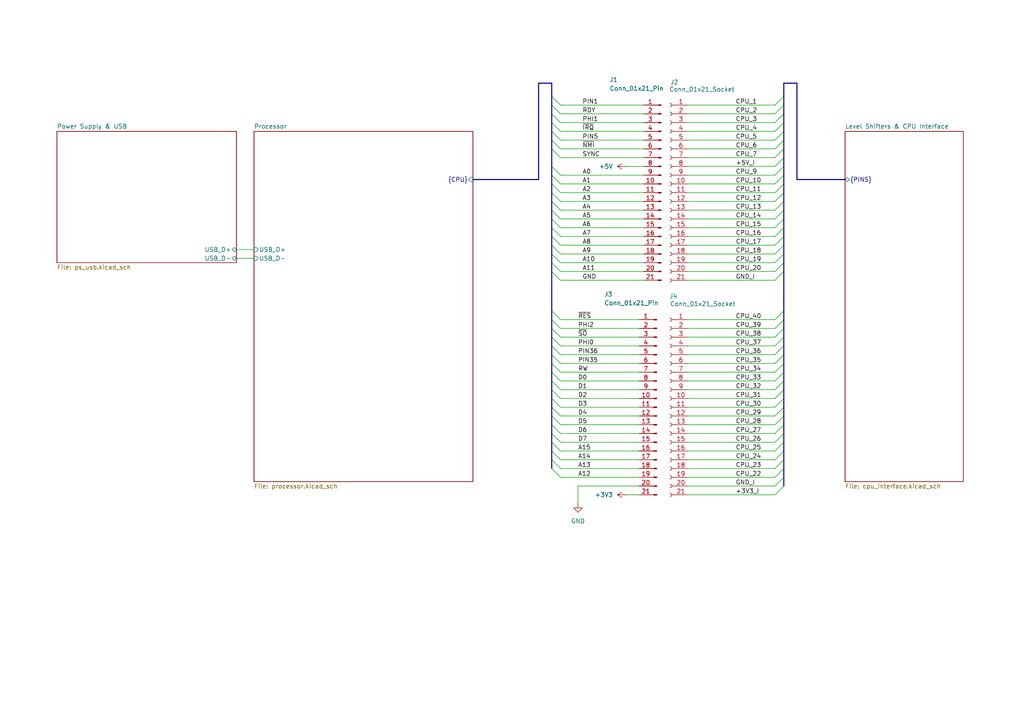
<source format=kicad_sch>
(kicad_sch (version 20250114) (generator "eeschema") (generator_version "9.0")
  (paper "A4")
  (lib_symbols
    (symbol "Connector:Conn_01x21_Pin" (pin_names (offset 1.016) (hide yes))
      (property "Reference" "J" (at 0 27.94 0))
      (property "Value" "Conn_01x21_Pin" (at 0 -27.94 0))
      (symbol "Conn_01x21_Pin_1_1"
        (rectangle (start 0.8636 25.527) (end 0 25.273) (stroke (width 0.1524)) (fill (type outline)))
        (rectangle (start 0.8636 22.987) (end 0 22.733) (stroke (width 0.1524)) (fill (type outline)))
        (rectangle (start 0.8636 20.447) (end 0 20.193) (stroke (width 0.1524)) (fill (type outline)))
        (rectangle (start 0.8636 17.907) (end 0 17.653) (stroke (width 0.1524)) (fill (type outline)))
        (rectangle (start 0.8636 15.367) (end 0 15.113) (stroke (width 0.1524)) (fill (type outline)))
        (rectangle (start 0.8636 12.827) (end 0 12.573) (stroke (width 0.1524)) (fill (type outline)))
        (rectangle (start 0.8636 10.287) (end 0 10.033) (stroke (width 0.1524)) (fill (type outline)))
        (rectangle (start 0.8636 7.747) (end 0 7.493) (stroke (width 0.1524)) (fill (type outline)))
        (rectangle (start 0.8636 5.207) (end 0 4.953) (stroke (width 0.1524)) (fill (type outline)))
        (rectangle (start 0.8636 2.667) (end 0 2.413) (stroke (width 0.1524)) (fill (type outline)))
        (rectangle (start 0.8636 0.127) (end 0 -0.127) (stroke (width 0.1524)) (fill (type outline)))
        (rectangle (start 0.8636 -2.413) (end 0 -2.667) (stroke (width 0.1524)) (fill (type outline)))
        (rectangle (start 0.8636 -4.953) (end 0 -5.207) (stroke (width 0.1524)) (fill (type outline)))
        (rectangle (start 0.8636 -7.493) (end 0 -7.747) (stroke (width 0.1524)) (fill (type outline)))
        (rectangle (start 0.8636 -10.033) (end 0 -10.287) (stroke (width 0.1524)) (fill (type outline)))
        (rectangle (start 0.8636 -12.573) (end 0 -12.827) (stroke (width 0.1524)) (fill (type outline)))
        (rectangle (start 0.8636 -15.113) (end 0 -15.367) (stroke (width 0.1524)) (fill (type outline)))
        (rectangle (start 0.8636 -17.653) (end 0 -17.907) (stroke (width 0.1524)) (fill (type outline)))
        (rectangle (start 0.8636 -20.193) (end 0 -20.447) (stroke (width 0.1524)) (fill (type outline)))
        (rectangle (start 0.8636 -22.733) (end 0 -22.987) (stroke (width 0.1524)) (fill (type outline)))
        (rectangle (start 0.8636 -25.273) (end 0 -25.527) (stroke (width 0.1524)) (fill (type outline)))
        (polyline (pts (xy 1.27 25.4) (xy 0.8636 25.4)) (stroke (width 0.1524)))
        (polyline (pts (xy 1.27 22.86) (xy 0.8636 22.86)) (stroke (width 0.1524)))
        (polyline (pts (xy 1.27 20.32) (xy 0.8636 20.32)) (stroke (width 0.1524)))
        (polyline (pts (xy 1.27 17.78) (xy 0.8636 17.78)) (stroke (width 0.1524)))
        (polyline (pts (xy 1.27 15.24) (xy 0.8636 15.24)) (stroke (width 0.1524)))
        (polyline (pts (xy 1.27 12.7) (xy 0.8636 12.7)) (stroke (width 0.1524)))
        (polyline (pts (xy 1.27 10.16) (xy 0.8636 10.16)) (stroke (width 0.1524)))
        (polyline (pts (xy 1.27 7.62) (xy 0.8636 7.62)) (stroke (width 0.1524)))
        (polyline (pts (xy 1.27 5.08) (xy 0.8636 5.08)) (stroke (width 0.1524)))
        (polyline (pts (xy 1.27 2.54) (xy 0.8636 2.54)) (stroke (width 0.1524)))
        (polyline (pts (xy 1.27 0) (xy 0.8636 0)) (stroke (width 0.1524)))
        (polyline (pts (xy 1.27 -2.54) (xy 0.8636 -2.54)) (stroke (width 0.1524)))
        (polyline (pts (xy 1.27 -5.08) (xy 0.8636 -5.08)) (stroke (width 0.1524)))
        (polyline (pts (xy 1.27 -7.62) (xy 0.8636 -7.62)) (stroke (width 0.1524)))
        (polyline (pts (xy 1.27 -10.16) (xy 0.8636 -10.16)) (stroke (width 0.1524)))
        (polyline (pts (xy 1.27 -12.7) (xy 0.8636 -12.7)) (stroke (width 0.1524)))
        (polyline (pts (xy 1.27 -15.24) (xy 0.8636 -15.24)) (stroke (width 0.1524)))
        (polyline (pts (xy 1.27 -17.78) (xy 0.8636 -17.78)) (stroke (width 0.1524)))
        (polyline (pts (xy 1.27 -20.32) (xy 0.8636 -20.32)) (stroke (width 0.1524)))
        (polyline (pts (xy 1.27 -22.86) (xy 0.8636 -22.86)) (stroke (width 0.1524)))
        (polyline (pts (xy 1.27 -25.4) (xy 0.8636 -25.4)) (stroke (width 0.1524)))
        (pin passive line (at 5.08 25.4 180) (length 3.81) (name "Pin_1") (number "1"))
        (pin passive line (at 5.08 22.86 180) (length 3.81) (name "Pin_2") (number "2"))
        (pin passive line (at 5.08 20.32 180) (length 3.81) (name "Pin_3") (number "3"))
        (pin passive line (at 5.08 17.78 180) (length 3.81) (name "Pin_4") (number "4"))
        (pin passive line (at 5.08 15.24 180) (length 3.81) (name "Pin_5") (number "5"))
        (pin passive line (at 5.08 12.7 180) (length 3.81) (name "Pin_6") (number "6"))
        (pin passive line (at 5.08 10.16 180) (length 3.81) (name "Pin_7") (number "7"))
        (pin passive line (at 5.08 7.62 180) (length 3.81) (name "Pin_8") (number "8"))
        (pin passive line (at 5.08 5.08 180) (length 3.81) (name "Pin_9") (number "9"))
        (pin passive line (at 5.08 2.54 180) (length 3.81) (name "Pin_10") (number "10"))
        (pin passive line (at 5.08 0 180) (length 3.81) (name "Pin_11") (number "11"))
        (pin passive line (at 5.08 -2.54 180) (length 3.81) (name "Pin_12") (number "12"))
        (pin passive line (at 5.08 -5.08 180) (length 3.81) (name "Pin_13") (number "13"))
        (pin passive line (at 5.08 -7.62 180) (length 3.81) (name "Pin_14") (number "14"))
        (pin passive line (at 5.08 -10.16 180) (length 3.81) (name "Pin_15") (number "15"))
        (pin passive line (at 5.08 -12.7 180) (length 3.81) (name "Pin_16") (number "16"))
        (pin passive line (at 5.08 -15.24 180) (length 3.81) (name "Pin_17") (number "17"))
        (pin passive line (at 5.08 -17.78 180) (length 3.81) (name "Pin_18") (number "18"))
        (pin passive line (at 5.08 -20.32 180) (length 3.81) (name "Pin_19") (number "19"))
        (pin passive line (at 5.08 -22.86 180) (length 3.81) (name "Pin_20") (number "20"))
        (pin passive line (at 5.08 -25.4 180) (length 3.81) (name "Pin_21") (number "21"))
      )
    )
    (symbol "Connector:Conn_01x21_Socket" (pin_names (offset 1.016) (hide yes))
      (property "Reference" "J" (at 0 27.94 0))
      (property "Value" "Conn_01x21_Socket" (at 0 -27.94 0))
      (symbol "Conn_01x21_Socket_1_1"
        (polyline (pts (xy -1.27 25.4) (xy -0.508 25.4)) (stroke (width 0.1524)))
        (polyline (pts (xy -1.27 22.86) (xy -0.508 22.86)) (stroke (width 0.1524)))
        (polyline (pts (xy -1.27 20.32) (xy -0.508 20.32)) (stroke (width 0.1524)))
        (polyline (pts (xy -1.27 17.78) (xy -0.508 17.78)) (stroke (width 0.1524)))
        (polyline (pts (xy -1.27 15.24) (xy -0.508 15.24)) (stroke (width 0.1524)))
        (polyline (pts (xy -1.27 12.7) (xy -0.508 12.7)) (stroke (width 0.1524)))
        (polyline (pts (xy -1.27 10.16) (xy -0.508 10.16)) (stroke (width 0.1524)))
        (polyline (pts (xy -1.27 7.62) (xy -0.508 7.62)) (stroke (width 0.1524)))
        (polyline (pts (xy -1.27 5.08) (xy -0.508 5.08)) (stroke (width 0.1524)))
        (polyline (pts (xy -1.27 2.54) (xy -0.508 2.54)) (stroke (width 0.1524)))
        (polyline (pts (xy -1.27 0) (xy -0.508 0)) (stroke (width 0.1524)))
        (polyline (pts (xy -1.27 -2.54) (xy -0.508 -2.54)) (stroke (width 0.1524)))
        (polyline (pts (xy -1.27 -5.08) (xy -0.508 -5.08)) (stroke (width 0.1524)))
        (polyline (pts (xy -1.27 -7.62) (xy -0.508 -7.62)) (stroke (width 0.1524)))
        (polyline (pts (xy -1.27 -10.16) (xy -0.508 -10.16)) (stroke (width 0.1524)))
        (polyline (pts (xy -1.27 -12.7) (xy -0.508 -12.7)) (stroke (width 0.1524)))
        (polyline (pts (xy -1.27 -15.24) (xy -0.508 -15.24)) (stroke (width 0.1524)))
        (polyline (pts (xy -1.27 -17.78) (xy -0.508 -17.78)) (stroke (width 0.1524)))
        (polyline (pts (xy -1.27 -20.32) (xy -0.508 -20.32)) (stroke (width 0.1524)))
        (polyline (pts (xy -1.27 -22.86) (xy -0.508 -22.86)) (stroke (width 0.1524)))
        (polyline (pts (xy -1.27 -25.4) (xy -0.508 -25.4)) (stroke (width 0.1524)))
        (arc (start 0 24.892) (mid -0.5058 25.4) (end 0 25.908) (stroke (width 0.1524)))
        (arc (start 0 22.352) (mid -0.5058 22.86) (end 0 23.368) (stroke (width 0.1524)))
        (arc (start 0 19.812) (mid -0.5058 20.32) (end 0 20.828) (stroke (width 0.1524)))
        (arc (start 0 17.272) (mid -0.5058 17.78) (end 0 18.288) (stroke (width 0.1524)))
        (arc (start 0 14.732) (mid -0.5058 15.24) (end 0 15.748) (stroke (width 0.1524)))
        (arc (start 0 12.192) (mid -0.5058 12.7) (end 0 13.208) (stroke (width 0.1524)))
        (arc (start 0 9.652) (mid -0.5058 10.16) (end 0 10.668) (stroke (width 0.1524)))
        (arc (start 0 7.112) (mid -0.5058 7.62) (end 0 8.128) (stroke (width 0.1524)))
        (arc (start 0 4.572) (mid -0.5058 5.08) (end 0 5.588) (stroke (width 0.1524)))
        (arc (start 0 2.032) (mid -0.5058 2.54) (end 0 3.048) (stroke (width 0.1524)))
        (arc (start 0 -0.508) (mid -0.5058 0) (end 0 0.508) (stroke (width 0.1524)))
        (arc (start 0 -3.048) (mid -0.5058 -2.54) (end 0 -2.032) (stroke (width 0.1524)))
        (arc (start 0 -5.588) (mid -0.5058 -5.08) (end 0 -4.572) (stroke (width 0.1524)))
        (arc (start 0 -8.128) (mid -0.5058 -7.62) (end 0 -7.112) (stroke (width 0.1524)))
        (arc (start 0 -10.668) (mid -0.5058 -10.16) (end 0 -9.652) (stroke (width 0.1524)))
        (arc (start 0 -13.208) (mid -0.5058 -12.7) (end 0 -12.192) (stroke (width 0.1524)))
        (arc (start 0 -15.748) (mid -0.5058 -15.24) (end 0 -14.732) (stroke (width 0.1524)))
        (arc (start 0 -18.288) (mid -0.5058 -17.78) (end 0 -17.272) (stroke (width 0.1524)))
        (arc (start 0 -20.828) (mid -0.5058 -20.32) (end 0 -19.812) (stroke (width 0.1524)))
        (arc (start 0 -23.368) (mid -0.5058 -22.86) (end 0 -22.352) (stroke (width 0.1524)))
        (arc (start 0 -25.908) (mid -0.5058 -25.4) (end 0 -24.892) (stroke (width 0.1524)))
        (pin passive line (at -5.08 25.4 0) (length 3.81) (name "Pin_1") (number "1"))
        (pin passive line (at -5.08 22.86 0) (length 3.81) (name "Pin_2") (number "2"))
        (pin passive line (at -5.08 20.32 0) (length 3.81) (name "Pin_3") (number "3"))
        (pin passive line (at -5.08 17.78 0) (length 3.81) (name "Pin_4") (number "4"))
        (pin passive line (at -5.08 15.24 0) (length 3.81) (name "Pin_5") (number "5"))
        (pin passive line (at -5.08 12.7 0) (length 3.81) (name "Pin_6") (number "6"))
        (pin passive line (at -5.08 10.16 0) (length 3.81) (name "Pin_7") (number "7"))
        (pin passive line (at -5.08 7.62 0) (length 3.81) (name "Pin_8") (number "8"))
        (pin passive line (at -5.08 5.08 0) (length 3.81) (name "Pin_9") (number "9"))
        (pin passive line (at -5.08 2.54 0) (length 3.81) (name "Pin_10") (number "10"))
        (pin passive line (at -5.08 0 0) (length 3.81) (name "Pin_11") (number "11"))
        (pin passive line (at -5.08 -2.54 0) (length 3.81) (name "Pin_12") (number "12"))
        (pin passive line (at -5.08 -5.08 0) (length 3.81) (name "Pin_13") (number "13"))
        (pin passive line (at -5.08 -7.62 0) (length 3.81) (name "Pin_14") (number "14"))
        (pin passive line (at -5.08 -10.16 0) (length 3.81) (name "Pin_15") (number "15"))
        (pin passive line (at -5.08 -12.7 0) (length 3.81) (name "Pin_16") (number "16"))
        (pin passive line (at -5.08 -15.24 0) (length 3.81) (name "Pin_17") (number "17"))
        (pin passive line (at -5.08 -17.78 0) (length 3.81) (name "Pin_18") (number "18"))
        (pin passive line (at -5.08 -20.32 0) (length 3.81) (name "Pin_19") (number "19"))
        (pin passive line (at -5.08 -22.86 0) (length 3.81) (name "Pin_20") (number "20"))
        (pin passive line (at -5.08 -25.4 0) (length 3.81) (name "Pin_21") (number "21"))
      )
    )
    (symbol "power:+3V3" (power) (pin_numbers (hide yes)) (pin_names (offset 0) (hide yes))
      (property "Value" "+3V3" (at 0 3.556 0))
      (symbol "+3V3_0_1"
        (polyline (pts (xy -0.762 1.27) (xy 0 2.54)))
        (polyline (pts (xy 0 2.54) (xy 0.762 1.27)))
        (polyline (pts (xy 0 0) (xy 0 2.54)))
      )
      (symbol "+3V3_1_1"
        (pin power_in line (at 0 0 90) (length 0) (name "~") (number "1"))
      )
    )
    (symbol "power:+5V" (power) (pin_numbers (hide yes)) (pin_names (offset 0) (hide yes))
      (property "Value" "+5V" (at 0 3.556 0))
      (symbol "+5V_0_1"
        (polyline (pts (xy -0.762 1.27) (xy 0 2.54)))
        (polyline (pts (xy 0 2.54) (xy 0.762 1.27)))
        (polyline (pts (xy 0 0) (xy 0 2.54)))
      )
      (symbol "+5V_1_1"
        (pin power_in line (at 0 0 90) (length 0) (name "~") (number "1"))
      )
    )
    (symbol "power:GND" (power) (pin_numbers (hide yes)) (pin_names (offset 0) (hide yes))
      (property "Value" "GND" (at 0 -3.81 0))
      (symbol "GND_0_1"
        (polyline (pts (xy 0 0) (xy 0 -1.27) (xy 1.27 -1.27) (xy 0 -2.54) (xy -1.27 -1.27) (xy 0 -1.27)))
      )
      (symbol "GND_1_1"
        (pin power_in line (at 0 0 270) (length 0) (name "~") (number "1"))
      )
    )
  )
  (bus_entry (at 227.33 48.26) (size -2.54 2.54))
  (bus_entry (at 227.33 50.8) (size -2.54 2.54))
  (bus_entry (at 227.33 120.65) (size -2.54 2.54))
  (bus_entry (at 227.33 66.04) (size -2.54 2.54))
  (bus_entry (at 160.02 123.19) (size 2.54 2.54))
  (bus_entry (at 227.33 73.66) (size -2.54 2.54))
  (bus_entry (at 160.02 60.96) (size 2.54 2.54))
  (bus_entry (at 160.02 90.17) (size 2.54 2.54))
  (bus_entry (at 160.02 73.66) (size 2.54 2.54))
  (bus_entry (at 160.02 35.56) (size 2.54 2.54))
  (bus_entry (at 227.33 53.34) (size -2.54 2.54))
  (bus_entry (at 227.33 115.57) (size -2.54 2.54))
  (bus_entry (at 227.33 78.74) (size -2.54 2.54))
  (bus_entry (at 160.02 58.42) (size 2.54 2.54))
  (bus_entry (at 160.02 135.89) (size 2.54 2.54))
  (bus_entry (at 227.33 133.35) (size -2.54 2.54))
  (bus_entry (at 160.02 63.5) (size 2.54 2.54))
  (bus_entry (at 160.02 110.49) (size 2.54 2.54))
  (bus_entry (at 160.02 30.48) (size 2.54 2.54))
  (bus_entry (at 227.33 90.17) (size -2.54 2.54))
  (bus_entry (at 160.02 38.1) (size 2.54 2.54))
  (bus_entry (at 227.33 107.95) (size -2.54 2.54))
  (bus_entry (at 160.02 66.04) (size 2.54 2.54))
  (bus_entry (at 160.02 78.74) (size 2.54 2.54))
  (bus_entry (at 227.33 105.41) (size -2.54 2.54))
  (bus_entry (at 160.02 125.73) (size 2.54 2.54))
  (bus_entry (at 160.02 48.26) (size 2.54 2.54))
  (bus_entry (at 160.02 53.34) (size 2.54 2.54))
  (bus_entry (at 160.02 118.11) (size 2.54 2.54))
  (bus_entry (at 160.02 50.8) (size 2.54 2.54))
  (bus_entry (at 160.02 55.88) (size 2.54 2.54))
  (bus_entry (at 227.33 60.96) (size -2.54 2.54))
  (bus_entry (at 227.33 35.56) (size -2.54 2.54))
  (bus_entry (at 227.33 110.49) (size -2.54 2.54))
  (bus_entry (at 160.02 27.94) (size 2.54 2.54))
  (bus_entry (at 160.02 107.95) (size 2.54 2.54))
  (bus_entry (at 160.02 95.25) (size 2.54 2.54))
  (bus_entry (at 227.33 135.89) (size -2.54 2.54))
  (bus_entry (at 227.33 30.48) (size -2.54 2.54))
  (bus_entry (at 160.02 76.2) (size 2.54 2.54))
  (bus_entry (at 227.33 113.03) (size -2.54 2.54))
  (bus_entry (at 227.33 27.94) (size -2.54 2.54))
  (bus_entry (at 227.33 100.33) (size -2.54 2.54))
  (bus_entry (at 227.33 58.42) (size -2.54 2.54))
  (bus_entry (at 227.33 43.18) (size -2.54 2.54))
  (bus_entry (at 227.33 138.43) (size -2.54 2.54))
  (bus_entry (at 160.02 97.79) (size 2.54 2.54))
  (bus_entry (at 227.33 95.25) (size -2.54 2.54))
  (bus_entry (at 227.33 128.27) (size -2.54 2.54))
  (bus_entry (at 227.33 33.02) (size -2.54 2.54))
  (bus_entry (at 160.02 43.18) (size 2.54 2.54))
  (bus_entry (at 227.33 38.1) (size -2.54 2.54))
  (bus_entry (at 227.33 140.97) (size -2.54 2.54))
  (bus_entry (at 160.02 100.33) (size 2.54 2.54))
  (bus_entry (at 227.33 40.64) (size -2.54 2.54))
  (bus_entry (at 160.02 68.58) (size 2.54 2.54))
  (bus_entry (at 160.02 130.81) (size 2.54 2.54))
  (bus_entry (at 160.02 40.64) (size 2.54 2.54))
  (bus_entry (at 227.33 55.88) (size -2.54 2.54))
  (bus_entry (at 160.02 33.02) (size 2.54 2.54))
  (bus_entry (at 227.33 97.79) (size -2.54 2.54))
  (bus_entry (at 160.02 113.03) (size 2.54 2.54))
  (bus_entry (at 160.02 71.12) (size 2.54 2.54))
  (bus_entry (at 227.33 45.72) (size -2.54 2.54))
  (bus_entry (at 160.02 133.35) (size 2.54 2.54))
  (bus_entry (at 227.33 125.73) (size -2.54 2.54))
  (bus_entry (at 227.33 130.81) (size -2.54 2.54))
  (bus_entry (at 160.02 128.27) (size 2.54 2.54))
  (bus_entry (at 160.02 120.65) (size 2.54 2.54))
  (bus_entry (at 227.33 68.58) (size -2.54 2.54))
  (bus_entry (at 160.02 105.41) (size 2.54 2.54))
  (bus_entry (at 227.33 102.87) (size -2.54 2.54))
  (bus_entry (at 227.33 123.19) (size -2.54 2.54))
  (bus_entry (at 227.33 118.11) (size -2.54 2.54))
  (bus_entry (at 227.33 76.2) (size -2.54 2.54))
  (bus_entry (at 227.33 92.71) (size -2.54 2.54))
  (bus_entry (at 227.33 71.12) (size -2.54 2.54))
  (bus_entry (at 160.02 102.87) (size 2.54 2.54))
  (bus_entry (at 227.33 63.5) (size -2.54 2.54))
  (bus_entry (at 160.02 92.71) (size 2.54 2.54))
  (bus_entry (at 160.02 115.57) (size 2.54 2.54))
  (bus (pts (xy 160.02 110.49) (xy 160.02 107.95)))
  (bus (pts (xy 160.02 120.65) (xy 160.02 118.11)))
  (wire (pts (xy 68.58 72.39) (xy 73.66 72.39)))
  (bus (pts (xy 227.33 95.25) (xy 227.33 97.79)))
  (bus (pts (xy 227.33 24.13) (xy 227.33 27.94)))
  (bus (pts (xy 160.02 53.34) (xy 160.02 55.88)))
  (wire (pts (xy 199.39 78.74) (xy 224.79 78.74)))
  (wire (pts (xy 162.56 68.58) (xy 186.69 68.58)))
  (bus (pts (xy 160.02 33.02) (xy 160.02 35.56)))
  (bus (pts (xy 156.21 24.13) (xy 156.21 52.07)))
  (bus (pts (xy 227.33 107.95) (xy 227.33 110.49)))
  (wire (pts (xy 162.56 130.81) (xy 185.42 130.81)))
  (wire (pts (xy 162.56 92.71) (xy 185.42 92.71)))
  (bus (pts (xy 160.02 66.04) (xy 160.02 68.58)))
  (bus (pts (xy 227.33 90.17) (xy 227.33 92.71)))
  (wire (pts (xy 199.39 33.02) (xy 224.79 33.02)))
  (wire (pts (xy 199.39 81.28) (xy 224.79 81.28)))
  (bus (pts (xy 160.02 78.74) (xy 160.02 90.17)))
  (wire (pts (xy 199.39 118.11) (xy 224.79 118.11)))
  (bus (pts (xy 227.33 38.1) (xy 227.33 40.64)))
  (bus (pts (xy 160.02 123.19) (xy 160.02 120.65)))
  (bus (pts (xy 160.02 105.41) (xy 160.02 107.95)))
  (bus (pts (xy 227.33 100.33) (xy 227.33 102.87)))
  (wire (pts (xy 162.56 100.33) (xy 185.42 100.33)))
  (bus (pts (xy 227.33 113.03) (xy 227.33 115.57)))
  (wire (pts (xy 181.61 48.26) (xy 186.69 48.26)))
  (wire (pts (xy 162.56 115.57) (xy 185.42 115.57)))
  (bus (pts (xy 227.33 115.57) (xy 227.33 118.11)))
  (wire (pts (xy 68.58 74.93) (xy 73.66 74.93)))
  (bus (pts (xy 160.02 73.66) (xy 160.02 76.2)))
  (bus (pts (xy 227.33 120.65) (xy 227.33 123.19)))
  (wire (pts (xy 199.39 68.58) (xy 224.79 68.58)))
  (bus (pts (xy 227.33 118.11) (xy 227.33 120.65)))
  (bus (pts (xy 160.02 115.57) (xy 160.02 113.03)))
  (wire (pts (xy 162.56 125.73) (xy 185.42 125.73)))
  (bus (pts (xy 160.02 35.56) (xy 160.02 38.1)))
  (wire (pts (xy 162.56 66.04) (xy 186.69 66.04)))
  (bus (pts (xy 160.02 97.79) (xy 160.02 100.33)))
  (bus (pts (xy 160.02 135.89) (xy 160.02 133.35)))
  (wire (pts (xy 199.39 92.71) (xy 224.79 92.71)))
  (bus (pts (xy 227.33 35.56) (xy 227.33 38.1)))
  (wire (pts (xy 162.56 71.12) (xy 186.69 71.12)))
  (wire (pts (xy 181.61 143.51) (xy 185.42 143.51)))
  (wire (pts (xy 162.56 53.34) (xy 186.69 53.34)))
  (wire (pts (xy 162.56 133.35) (xy 185.42 133.35)))
  (bus (pts (xy 156.21 52.07) (xy 137.16 52.07)))
  (wire (pts (xy 162.56 78.74) (xy 186.69 78.74)))
  (bus (pts (xy 227.33 40.64) (xy 227.33 43.18)))
  (wire (pts (xy 199.39 133.35) (xy 224.79 133.35)))
  (bus (pts (xy 160.02 40.64) (xy 160.02 43.18)))
  (bus (pts (xy 160.02 48.26) (xy 160.02 50.8)))
  (bus (pts (xy 227.33 78.74) (xy 227.33 90.17)))
  (wire (pts (xy 199.39 138.43) (xy 224.79 138.43)))
  (bus (pts (xy 160.02 92.71) (xy 160.02 95.25)))
  (wire (pts (xy 162.56 120.65) (xy 185.42 120.65)))
  (wire (pts (xy 162.56 43.18) (xy 186.69 43.18)))
  (bus (pts (xy 227.33 76.2) (xy 227.33 78.74)))
  (wire (pts (xy 199.39 43.18) (xy 224.79 43.18)))
  (bus (pts (xy 160.02 90.17) (xy 160.02 92.71)))
  (wire (pts (xy 162.56 118.11) (xy 185.42 118.11)))
  (wire (pts (xy 199.39 130.81) (xy 224.79 130.81)))
  (bus (pts (xy 227.33 71.12) (xy 227.33 73.66)))
  (wire (pts (xy 199.39 60.96) (xy 224.79 60.96)))
  (bus (pts (xy 245.11 52.07) (xy 231.14 52.07)))
  (wire (pts (xy 199.39 100.33) (xy 224.79 100.33)))
  (bus (pts (xy 227.33 63.5) (xy 227.33 66.04)))
  (wire (pts (xy 199.39 125.73) (xy 224.79 125.73)))
  (wire (pts (xy 199.39 73.66) (xy 224.79 73.66)))
  (bus (pts (xy 227.33 123.19) (xy 227.33 125.73)))
  (wire (pts (xy 199.39 115.57) (xy 224.79 115.57)))
  (bus (pts (xy 231.14 24.13) (xy 227.33 24.13)))
  (wire (pts (xy 199.39 123.19) (xy 224.79 123.19)))
  (wire (pts (xy 199.39 40.64) (xy 224.79 40.64)))
  (wire (pts (xy 162.56 128.27) (xy 185.42 128.27)))
  (bus (pts (xy 227.33 27.94) (xy 227.33 30.48)))
  (wire (pts (xy 162.56 60.96) (xy 186.69 60.96)))
  (wire (pts (xy 199.39 58.42) (xy 224.79 58.42)))
  (wire (pts (xy 162.56 81.28) (xy 186.69 81.28)))
  (bus (pts (xy 227.33 133.35) (xy 227.33 135.89)))
  (bus (pts (xy 227.33 130.81) (xy 227.33 133.35)))
  (bus (pts (xy 227.33 60.96) (xy 227.33 63.5)))
  (wire (pts (xy 162.56 135.89) (xy 185.42 135.89)))
  (bus (pts (xy 227.33 102.87) (xy 227.33 105.41)))
  (bus (pts (xy 160.02 55.88) (xy 160.02 58.42)))
  (bus (pts (xy 160.02 128.27) (xy 160.02 125.73)))
  (wire (pts (xy 162.56 110.49) (xy 185.42 110.49)))
  (wire (pts (xy 199.39 107.95) (xy 224.79 107.95)))
  (bus (pts (xy 160.02 125.73) (xy 160.02 123.19)))
  (wire (pts (xy 162.56 138.43) (xy 185.42 138.43)))
  (wire (pts (xy 199.39 140.97) (xy 224.79 140.97)))
  (wire (pts (xy 162.56 45.72) (xy 186.69 45.72)))
  (wire (pts (xy 199.39 113.03) (xy 224.79 113.03)))
  (bus (pts (xy 227.33 43.18) (xy 227.33 45.72)))
  (bus (pts (xy 160.02 63.5) (xy 160.02 66.04)))
  (wire (pts (xy 199.39 76.2) (xy 224.79 76.2)))
  (wire (pts (xy 199.39 120.65) (xy 224.79 120.65)))
  (bus (pts (xy 160.02 100.33) (xy 160.02 102.87)))
  (bus (pts (xy 227.33 53.34) (xy 227.33 55.88)))
  (bus (pts (xy 227.33 105.41) (xy 227.33 107.95)))
  (bus (pts (xy 227.33 55.88) (xy 227.33 58.42)))
  (wire (pts (xy 199.39 63.5) (xy 224.79 63.5)))
  (bus (pts (xy 160.02 60.96) (xy 160.02 63.5)))
  (bus (pts (xy 227.33 30.48) (xy 227.33 33.02)))
  (wire (pts (xy 162.56 50.8) (xy 186.69 50.8)))
  (wire (pts (xy 199.39 30.48) (xy 224.79 30.48)))
  (wire (pts (xy 199.39 143.51) (xy 224.79 143.51)))
  (wire (pts (xy 199.39 48.26) (xy 224.79 48.26)))
  (bus (pts (xy 227.33 73.66) (xy 227.33 76.2)))
  (bus (pts (xy 160.02 43.18) (xy 160.02 48.26)))
  (wire (pts (xy 199.39 50.8) (xy 224.79 50.8)))
  (wire (pts (xy 162.56 40.64) (xy 186.69 40.64)))
  (bus (pts (xy 160.02 76.2) (xy 160.02 78.74)))
  (wire (pts (xy 199.39 97.79) (xy 224.79 97.79)))
  (wire (pts (xy 199.39 105.41) (xy 224.79 105.41)))
  (bus (pts (xy 160.02 133.35) (xy 160.02 130.81)))
  (wire (pts (xy 162.56 97.79) (xy 185.42 97.79)))
  (wire (pts (xy 199.39 53.34) (xy 224.79 53.34)))
  (bus (pts (xy 160.02 113.03) (xy 160.02 110.49)))
  (wire (pts (xy 199.39 95.25) (xy 224.79 95.25)))
  (bus (pts (xy 160.02 71.12) (xy 160.02 73.66)))
  (wire (pts (xy 199.39 38.1) (xy 224.79 38.1)))
  (bus (pts (xy 160.02 38.1) (xy 160.02 40.64)))
  (wire (pts (xy 199.39 55.88) (xy 224.79 55.88)))
  (wire (pts (xy 199.39 35.56) (xy 224.79 35.56)))
  (wire (pts (xy 162.56 33.02) (xy 186.69 33.02)))
  (wire (pts (xy 162.56 30.48) (xy 186.69 30.48)))
  (wire (pts (xy 199.39 102.87) (xy 224.79 102.87)))
  (wire (pts (xy 162.56 35.56) (xy 186.69 35.56)))
  (wire (pts (xy 199.39 110.49) (xy 224.79 110.49)))
  (bus (pts (xy 227.33 66.04) (xy 227.33 68.58)))
  (wire (pts (xy 199.39 66.04) (xy 224.79 66.04)))
  (wire (pts (xy 199.39 45.72) (xy 224.79 45.72)))
  (wire (pts (xy 162.56 123.19) (xy 185.42 123.19)))
  (wire (pts (xy 162.56 73.66) (xy 186.69 73.66)))
  (bus (pts (xy 160.02 68.58) (xy 160.02 71.12)))
  (bus (pts (xy 227.33 128.27) (xy 227.33 130.81)))
  (bus (pts (xy 156.21 24.13) (xy 160.02 24.13)))
  (wire (pts (xy 199.39 71.12) (xy 224.79 71.12)))
  (wire (pts (xy 162.56 58.42) (xy 186.69 58.42)))
  (bus (pts (xy 227.33 135.89) (xy 227.33 138.43)))
  (wire (pts (xy 162.56 38.1) (xy 186.69 38.1)))
  (bus (pts (xy 227.33 92.71) (xy 227.33 95.25)))
  (bus (pts (xy 227.33 48.26) (xy 227.33 50.8)))
  (bus (pts (xy 227.33 138.43) (xy 227.33 140.97)))
  (wire (pts (xy 162.56 102.87) (xy 185.42 102.87)))
  (bus (pts (xy 227.33 50.8) (xy 227.33 53.34)))
  (wire (pts (xy 167.64 140.97) (xy 167.64 146.05)))
  (bus (pts (xy 227.33 68.58) (xy 227.33 71.12)))
  (wire (pts (xy 162.56 105.41) (xy 185.42 105.41)))
  (bus (pts (xy 160.02 50.8) (xy 160.02 53.34)))
  (bus (pts (xy 231.14 52.07) (xy 231.14 24.13)))
  (bus (pts (xy 227.33 33.02) (xy 227.33 35.56)))
  (bus (pts (xy 160.02 130.81) (xy 160.02 128.27)))
  (bus (pts (xy 227.33 110.49) (xy 227.33 113.03)))
  (wire (pts (xy 162.56 55.88) (xy 186.69 55.88)))
  (wire (pts (xy 199.39 135.89) (xy 224.79 135.89)))
  (bus (pts (xy 160.02 27.94) (xy 160.02 30.48)))
  (bus (pts (xy 160.02 118.11) (xy 160.02 115.57)))
  (bus (pts (xy 227.33 97.79) (xy 227.33 100.33)))
  (bus (pts (xy 160.02 30.48) (xy 160.02 33.02)))
  (bus (pts (xy 227.33 45.72) (xy 227.33 48.26)))
  (wire (pts (xy 162.56 113.03) (xy 185.42 113.03)))
  (wire (pts (xy 162.56 107.95) (xy 185.42 107.95)))
  (wire (pts (xy 162.56 76.2) (xy 186.69 76.2)))
  (bus (pts (xy 160.02 24.13) (xy 160.02 27.94)))
  (bus (pts (xy 160.02 105.41) (xy 160.02 102.87)))
  (bus (pts (xy 160.02 58.42) (xy 160.02 60.96)))
  (bus (pts (xy 160.02 95.25) (xy 160.02 97.79)))
  (bus (pts (xy 227.33 125.73) (xy 227.33 128.27)))
  (wire (pts (xy 162.56 63.5) (xy 186.69 63.5)))
  (bus (pts (xy 227.33 58.42) (xy 227.33 60.96)))
  (wire (pts (xy 185.42 140.97) (xy 167.64 140.97)))
  (wire (pts (xy 199.39 128.27) (xy 224.79 128.27)))
  (wire (pts (xy 162.56 95.25) (xy 185.42 95.25)))
  (label "GND_I" (at 213.36 140.97 0))
  (label "A8" (at 168.91 71.12 0))
  (label "RDY" (at 168.91 33.02 0))
  (label "CPU_15" (at 213.36 66.04 0))
  (label "A10" (at 168.91 76.2 0))
  (label "CPU_7" (at 213.36 45.72 0))
  (label "D0" (at 167.64 110.49 0))
  (label "D3" (at 167.64 118.11 0))
  (label "A12" (at 167.64 138.43 0))
  (label "CPU_34" (at 213.36 107.95 0))
  (label "CPU_12" (at 213.36 58.42 0))
  (label "A11" (at 168.91 78.74 0))
  (label "PHI2" (at 167.64 95.25 0))
  (label "A4" (at 168.91 60.96 0))
  (label "~{IRQ}" (at 168.91 38.1 0))
  (label "CPU_38" (at 213.36 97.79 0))
  (label "~{SO}" (at 167.64 97.79 0))
  (label "A5" (at 168.91 63.5 0))
  (label "D4" (at 167.64 120.65 0))
  (label "GND" (at 168.91 81.28 0))
  (label "CPU_35" (at 213.36 105.41 0))
  (label "CPU_36" (at 213.36 102.87 0))
  (label "CPU_14" (at 213.36 63.5 0))
  (label "PIN5" (at 168.91 40.64 0))
  (label "D6" (at 167.64 125.73 0))
  (label "CPU_28" (at 213.36 123.19 0))
  (label "CPU_17" (at 213.36 71.12 0))
  (label "A15" (at 167.64 130.81 0))
  (label "~{NMI}" (at 168.91 43.18 0))
  (label "CPU_2" (at 213.36 33.02 0))
  (label "CPU_25" (at 213.36 130.81 0))
  (label "D2" (at 167.64 115.57 0))
  (label "CPU_20" (at 213.36 78.74 0))
  (label "PHI0" (at 167.64 100.33 0))
  (label "~{RES}" (at 167.64 92.71 0))
  (label "+5V_I" (at 213.36 48.26 0))
  (label "+3V3_I" (at 213.36 143.51 0))
  (label "PIN35" (at 167.64 105.41 0))
  (label "D1" (at 167.64 113.03 0))
  (label "D5" (at 167.64 123.19 0))
  (label "A2" (at 168.91 55.88 0))
  (label "RW" (at 167.64 107.95 0))
  (label "CPU_3" (at 213.36 35.56 0))
  (label "CPU_11" (at 213.36 55.88 0))
  (label "CPU_5" (at 213.36 40.64 0))
  (label "CPU_24" (at 213.36 133.35 0))
  (label "A13" (at 167.64 135.89 0))
  (label "CPU_1" (at 213.36 30.48 0))
  (label "CPU_37" (at 213.36 100.33 0))
  (label "CPU_19" (at 213.36 76.2 0))
  (label "A1" (at 168.91 53.34 0))
  (label "D7" (at 167.64 128.27 0))
  (label "A9" (at 168.91 73.66 0))
  (label "PHI1" (at 168.91 35.56 0))
  (label "CPU_6" (at 213.36 43.18 0))
  (label "CPU_13" (at 213.36 60.96 0))
  (label "A0" (at 168.91 50.8 0))
  (label "CPU_32" (at 213.36 113.03 0))
  (label "CPU_29" (at 213.36 120.65 0))
  (label "CPU_40" (at 213.36 92.71 0))
  (label "CPU_4" (at 213.36 38.1 0))
  (label "CPU_33" (at 213.36 110.49 0))
  (label "A3" (at 168.91 58.42 0))
  (label "CPU_26" (at 213.36 128.27 0))
  (label "CPU_22" (at 213.36 138.43 0))
  (label "CPU_18" (at 213.36 73.66 0))
  (label "A6" (at 168.91 66.04 0))
  (label "CPU_16" (at 213.36 68.58 0))
  (label "A14" (at 167.64 133.35 0))
  (label "PIN1" (at 168.91 30.48 0))
  (label "CPU_31" (at 213.36 115.57 0))
  (label "SYNC" (at 168.91 45.72 0))
  (label "CPU_27" (at 213.36 125.73 0))
  (label "CPU_39" (at 213.36 95.25 0))
  (label "CPU_9" (at 213.36 50.8 0))
  (label "PIN36" (at 167.64 102.87 0))
  (label "CPU_10" (at 213.36 53.34 0))
  (label "GND_I" (at 213.36 81.28 0))
  (label "CPU_30" (at 213.36 118.11 0))
  (label "CPU_23" (at 213.36 135.89 0))
  (label "A7" (at 168.91 68.58 0))
  (symbol (lib_id "power:GND") (at 167.64 146.05 0) (unit 1)
    (property "Reference" "#PWR064" (effects (hide yes)))
    (property "Value" "GND" (at 167.64 151.13 0))
    (property "Description" "Power symbol creates a global label with name \"GND\" , ground" (effects (hide yes)))
  )
  (symbol (lib_id "Connector:Conn_01x21_Pin") (at 191.77 55.88 0) (mirror y) (unit 1)
    (property "Reference" "J1" (at 176.784 23.114 0) (effects (justify right)))
    (property "Value" "Conn_01x21_Pin" (at 176.784 25.654 0) (effects (justify right)))
    (property "Footprint" "Connector_PinSocket_2.54mm:PinSocket_1x21_P2.54mm_Vertical" (effects (hide yes)))
    (property "Description" "Generic connector, single row, 01x21, script generated" (effects (hide yes)))
  )
  (symbol (lib_id "power:+3V3") (at 181.61 143.51 90) (unit 1)
    (property "Reference" "#PWR063" (effects (hide yes)))
    (property "Value" "+3V3" (at 177.8 143.5099 90) (effects (justify left)))
    (property "Description" "Power symbol creates a global label with name \"+3V3\"" (effects (hide yes)))
  )
  (symbol (lib_id "Connector:Conn_01x21_Socket") (at 194.31 55.88 0) (mirror y) (unit 1)
    (property "Reference" "J2" (at 195.58 23.876 0))
    (property "Value" "Conn_01x21_Socket" (at 203.581 25.908 0))
    (property "Footprint" "Connector_PinHeader_2.54mm:PinHeader_1x21_P2.54mm_Vertical" (effects (hide yes)))
    (property "Description" "Generic connector, single row, 01x21, script generated" (effects (hide yes)))
  )
  (symbol (lib_id "power:+5V") (at 181.61 48.26 90) (unit 1)
    (property "Reference" "#PWR062" (effects (hide yes)))
    (property "Value" "+5V" (at 177.8 48.2599 90) (effects (justify left)))
    (property "Description" "Power symbol creates a global label with name \"+5V\"" (effects (hide yes)))
  )
  (symbol (lib_id "Connector:Conn_01x21_Pin") (at 190.5 118.11 0) (mirror y) (unit 1)
    (property "Reference" "J3" (at 175.26 85.344 0) (effects (justify right)))
    (property "Value" "Conn_01x21_Pin" (at 175.26 87.884 0) (effects (justify right)))
    (property "Footprint" "Connector_PinSocket_2.54mm:PinSocket_1x21_P2.54mm_Vertical" (effects (hide yes)))
    (property "Description" "Generic connector, single row, 01x21, script generated" (effects (hide yes)))
  )
  (symbol (lib_id "Connector:Conn_01x21_Socket") (at 194.31 118.11 0) (mirror y) (unit 1)
    (property "Reference" "J4" (at 195.326 85.852 0))
    (property "Value" "Conn_01x21_Socket" (at 203.835 88.138 0))
    (property "Footprint" "Connector_PinHeader_2.54mm:PinHeader_1x21_P2.54mm_Vertical" (effects (hide yes)))
    (property "Description" "Generic connector, single row, 01x21, script generated" (effects (hide yes)))
  )
  (sheet (at 16.51 38.1) (size 52.07 38.1) (stroke (width 0.1524))
    (property "Sheetname" "Power Supply & USB" (at 16.51 37.3884 0) (effects (justify left bottom)))
    (property "Sheetfile" "ps_usb.kicad_sch" (at 16.51 76.7846 0) (effects (justify left top)))
    (pin "USB_D+" bidirectional (at 68.58 72.39 0))
    (pin "USB_D-" bidirectional (at 68.58 74.93 0))
  )
  (sheet (at 73.66 38.1) (size 63.5 101.6) (stroke (width 0.1524))
    (property "Sheetname" "Processor" (at 73.66 37.3884 0) (effects (justify left bottom)))
    (property "Sheetfile" "processor.kicad_sch" (at 73.66 140.2846 0) (effects (justify left top)))
    (pin "USB_D+" input (at 73.66 72.39 180))
    (pin "USB_D-" input (at 73.66 74.93 180))
    (pin "{CPU}" input (at 137.16 52.07 0))
  )
  (sheet (at 245.11 38.1) (size 34.29 101.6) (stroke (width 0.1524))
    (property "Sheetname" "Level Shifters & CPU Interface" (at 245.11 37.3884 0) (effects (justify left bottom)))
    (property "Sheetfile" "cpu_interface.kicad_sch" (at 245.11 140.2846 0) (effects (justify left top)))
    (pin "{PINS}" bidirectional (at 245.11 52.07 180))
  )
)
</source>
